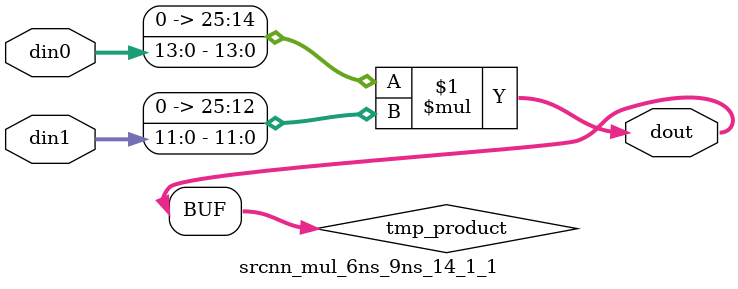
<source format=v>

`timescale 1 ns / 1 ps

  module srcnn_mul_6ns_9ns_14_1_1(din0, din1, dout);
parameter ID = 1;
parameter NUM_STAGE = 0;
parameter din0_WIDTH = 14;
parameter din1_WIDTH = 12;
parameter dout_WIDTH = 26;

input [din0_WIDTH - 1 : 0] din0; 
input [din1_WIDTH - 1 : 0] din1; 
output [dout_WIDTH - 1 : 0] dout;

wire signed [dout_WIDTH - 1 : 0] tmp_product;










assign tmp_product = $signed({1'b0, din0}) * $signed({1'b0, din1});











assign dout = tmp_product;







endmodule

</source>
